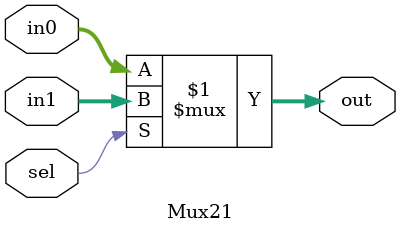
<source format=v>
`timescale 1ns/1ns
module Mux21 (in0, in1, sel, out);
input [31:0] in0, in1;
input sel;
 output [31:0] out;

assign out = sel ? in1 : in0;

endmodule

</source>
